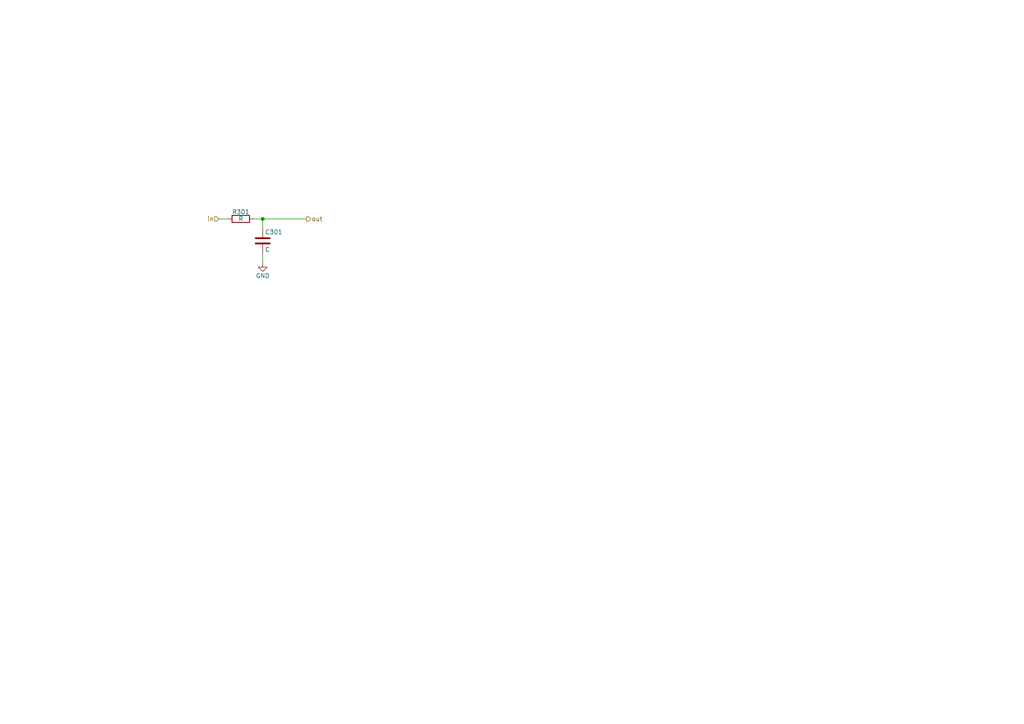
<source format=kicad_sch>
(kicad_sch (version 20231120) (generator "eeschema") (generator_version "8.0")
  (paper "A4")
  (lib_symbols
    (symbol "Device:C" (pin_numbers hide) (pin_names (offset 0.254))
      (property "Reference" "C" (at 0.635 2.54 0))
      (property "Value" "C" (at 0.635 -2.54 0))
      (symbol "C_0_1"
        (polyline (pts (xy -2.032 -0.762) (xy 2.032 -0.762)) (stroke (width 0.508)))
        (polyline (pts (xy -2.032 0.762) (xy 2.032 0.762)) (stroke (width 0.508)))
      )
      (symbol "C_1_1"
        (pin passive line (at 0 3.81 270) (length 2.794) (name "~") (number "1"))
        (pin passive line (at 0 -3.81 90) (length 2.794) (name "~") (number "2"))
      )
    )
    (symbol "Device:R" (pin_numbers hide) (pin_names (offset 0))
      (property "Reference" "R" (at 2.032 0 90))
      (property "Value" "R" (at 0 0 90))
      (symbol "R_0_1"
        (rectangle (start -1.016 -2.54) (end 1.016 2.54) (stroke (width 0.254)))
      )
      (symbol "R_1_1"
        (pin passive line (at 0 3.81 270) (length 1.27) (name "~") (number "1"))
        (pin passive line (at 0 -3.81 90) (length 1.27) (name "~") (number "2"))
      )
    )
    (symbol "power:GND" (power) (pin_names (offset 0))
      (property "Value" "GND" (at 0 -3.81 0))
      (symbol "GND_0_1"
        (polyline (pts (xy 0 0) (xy 0 -1.27) (xy 1.27 -1.27) (xy 0 -2.54) (xy -1.27 -1.27) (xy 0 -1.27)))
      )
      (symbol "GND_1_1"
        (pin power_in line (at 0 0 270) (length 0) hide (name "GND") (number "1"))
      )
    )
  )
  (junction (at 76.2 63.5))
  (wire (pts (xy 76.2 63.5) (xy 76.2 66.04)))
  (wire (pts (xy 76.2 73.66) (xy 76.2 76.2)))
  (wire (pts (xy 76.2 63.5) (xy 88.9 63.5)))
  (wire (pts (xy 63.5 63.5) (xy 66.04 63.5)))
  (wire (pts (xy 73.66 63.5) (xy 76.2 63.5)))
  (hierarchical_label "out" (shape output) (at 88.9 63.5 0))
  (hierarchical_label "in" (shape input) (at 63.5 63.5 180))
  (symbol (lib_id "power:GND") (at 76.2 76.2 0) (unit 1)
    (property "Reference" "#PWR0301" (effects (hide yes)))
    (property "Value" "GND" (at 76.2 80.01 0))
    (property "Description" "Power symbol creates a global label with name \"GND\" , ground" (effects (hide yes)))
    (instances (project "save_restore_destination_project" (path "" (reference "#PWR0301") (unit 1)) (path "" (reference "#PWR0601") (unit 1))) (project "save_restore_source_project" (path "" (reference "#PWR01401") (unit 1)) (path "" (reference "#PWR0804") (unit 1))))
  )
  (symbol (lib_id "Device:C") (at 76.2 69.85 0) (unit 1)
    (property "Reference" "C301" (at 76.835 67.31 0) (effects (justify left)))
    (property "Value" "C" (at 76.835 72.39 0) (effects (justify left)))
    (property "Footprint" "Capacitor_SMD:C_1206_3216Metric" (effects (hide yes)))
    (property "Description" "Unpolarized capacitor" (effects (hide yes)))
    (instances (project "save_restore_destination_project" (path "" (reference "C301") (unit 1)) (path "" (reference "C601") (unit 1))) (project "save_restore_source_project" (path "" (reference "C802") (unit 1)) (path "" (reference "C1401") (unit 1))))
  )
  (symbol (lib_id "Device:R") (at 69.85 63.5 90) (unit 1)
    (property "Reference" "R301" (at 69.85 61.468 90))
    (property "Value" "R" (at 69.85 63.5 90))
    (property "Footprint" "Resistor_SMD:R_1206_3216Metric" (effects (hide yes)))
    (property "Description" "Resistor" (effects (hide yes)))
    (instances (project "save_restore_destination_project" (path "" (reference "R301") (unit 1)) (path "" (reference "R601") (unit 1))) (project "save_restore_source_project" (path "" (reference "R805") (unit 1)) (path "" (reference "R1401") (unit 1))))
  )
)
</source>
